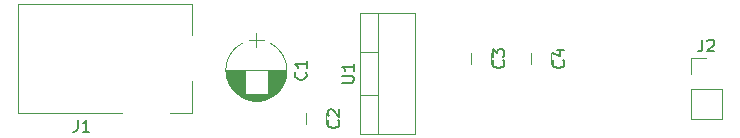
<source format=gto>
G04 #@! TF.FileFunction,Legend,Top*
%FSLAX46Y46*%
G04 Gerber Fmt 4.6, Leading zero omitted, Abs format (unit mm)*
G04 Created by KiCad (PCBNEW 4.0.7-e2-6376~58~ubuntu16.04.1) date Thu Apr  5 16:02:04 2018*
%MOMM*%
%LPD*%
G01*
G04 APERTURE LIST*
%ADD10C,0.100000*%
%ADD11C,0.120000*%
%ADD12C,0.150000*%
G04 APERTURE END LIST*
D10*
D11*
X147229723Y-104905722D02*
G75*
G03X147230000Y-100294420I-1179723J2305722D01*
G01*
X144870277Y-104905722D02*
G75*
G02X144870000Y-100294420I1179723J2305722D01*
G01*
X144870277Y-104905722D02*
G75*
G03X147230000Y-104905580I1179723J2305722D01*
G01*
X148600000Y-102600000D02*
X143500000Y-102600000D01*
X148600000Y-102640000D02*
X147030000Y-102640000D01*
X145070000Y-102640000D02*
X143500000Y-102640000D01*
X148599000Y-102680000D02*
X147030000Y-102680000D01*
X145070000Y-102680000D02*
X143501000Y-102680000D01*
X148598000Y-102720000D02*
X147030000Y-102720000D01*
X145070000Y-102720000D02*
X143502000Y-102720000D01*
X148596000Y-102760000D02*
X147030000Y-102760000D01*
X145070000Y-102760000D02*
X143504000Y-102760000D01*
X148593000Y-102800000D02*
X147030000Y-102800000D01*
X145070000Y-102800000D02*
X143507000Y-102800000D01*
X148589000Y-102840000D02*
X147030000Y-102840000D01*
X145070000Y-102840000D02*
X143511000Y-102840000D01*
X148585000Y-102880000D02*
X147030000Y-102880000D01*
X145070000Y-102880000D02*
X143515000Y-102880000D01*
X148581000Y-102920000D02*
X147030000Y-102920000D01*
X145070000Y-102920000D02*
X143519000Y-102920000D01*
X148575000Y-102960000D02*
X147030000Y-102960000D01*
X145070000Y-102960000D02*
X143525000Y-102960000D01*
X148569000Y-103000000D02*
X147030000Y-103000000D01*
X145070000Y-103000000D02*
X143531000Y-103000000D01*
X148563000Y-103040000D02*
X147030000Y-103040000D01*
X145070000Y-103040000D02*
X143537000Y-103040000D01*
X148556000Y-103080000D02*
X147030000Y-103080000D01*
X145070000Y-103080000D02*
X143544000Y-103080000D01*
X148548000Y-103120000D02*
X147030000Y-103120000D01*
X145070000Y-103120000D02*
X143552000Y-103120000D01*
X148539000Y-103160000D02*
X147030000Y-103160000D01*
X145070000Y-103160000D02*
X143561000Y-103160000D01*
X148530000Y-103200000D02*
X147030000Y-103200000D01*
X145070000Y-103200000D02*
X143570000Y-103200000D01*
X148520000Y-103240000D02*
X147030000Y-103240000D01*
X145070000Y-103240000D02*
X143580000Y-103240000D01*
X148510000Y-103280000D02*
X147030000Y-103280000D01*
X145070000Y-103280000D02*
X143590000Y-103280000D01*
X148498000Y-103321000D02*
X147030000Y-103321000D01*
X145070000Y-103321000D02*
X143602000Y-103321000D01*
X148486000Y-103361000D02*
X147030000Y-103361000D01*
X145070000Y-103361000D02*
X143614000Y-103361000D01*
X148474000Y-103401000D02*
X147030000Y-103401000D01*
X145070000Y-103401000D02*
X143626000Y-103401000D01*
X148460000Y-103441000D02*
X147030000Y-103441000D01*
X145070000Y-103441000D02*
X143640000Y-103441000D01*
X148446000Y-103481000D02*
X147030000Y-103481000D01*
X145070000Y-103481000D02*
X143654000Y-103481000D01*
X148432000Y-103521000D02*
X147030000Y-103521000D01*
X145070000Y-103521000D02*
X143668000Y-103521000D01*
X148416000Y-103561000D02*
X147030000Y-103561000D01*
X145070000Y-103561000D02*
X143684000Y-103561000D01*
X148400000Y-103601000D02*
X147030000Y-103601000D01*
X145070000Y-103601000D02*
X143700000Y-103601000D01*
X148383000Y-103641000D02*
X147030000Y-103641000D01*
X145070000Y-103641000D02*
X143717000Y-103641000D01*
X148365000Y-103681000D02*
X147030000Y-103681000D01*
X145070000Y-103681000D02*
X143735000Y-103681000D01*
X148346000Y-103721000D02*
X147030000Y-103721000D01*
X145070000Y-103721000D02*
X143754000Y-103721000D01*
X148326000Y-103761000D02*
X147030000Y-103761000D01*
X145070000Y-103761000D02*
X143774000Y-103761000D01*
X148306000Y-103801000D02*
X147030000Y-103801000D01*
X145070000Y-103801000D02*
X143794000Y-103801000D01*
X148284000Y-103841000D02*
X147030000Y-103841000D01*
X145070000Y-103841000D02*
X143816000Y-103841000D01*
X148262000Y-103881000D02*
X147030000Y-103881000D01*
X145070000Y-103881000D02*
X143838000Y-103881000D01*
X148239000Y-103921000D02*
X147030000Y-103921000D01*
X145070000Y-103921000D02*
X143861000Y-103921000D01*
X148215000Y-103961000D02*
X147030000Y-103961000D01*
X145070000Y-103961000D02*
X143885000Y-103961000D01*
X148190000Y-104001000D02*
X147030000Y-104001000D01*
X145070000Y-104001000D02*
X143910000Y-104001000D01*
X148163000Y-104041000D02*
X147030000Y-104041000D01*
X145070000Y-104041000D02*
X143937000Y-104041000D01*
X148136000Y-104081000D02*
X147030000Y-104081000D01*
X145070000Y-104081000D02*
X143964000Y-104081000D01*
X148108000Y-104121000D02*
X147030000Y-104121000D01*
X145070000Y-104121000D02*
X143992000Y-104121000D01*
X148078000Y-104161000D02*
X147030000Y-104161000D01*
X145070000Y-104161000D02*
X144022000Y-104161000D01*
X148047000Y-104201000D02*
X147030000Y-104201000D01*
X145070000Y-104201000D02*
X144053000Y-104201000D01*
X148015000Y-104241000D02*
X147030000Y-104241000D01*
X145070000Y-104241000D02*
X144085000Y-104241000D01*
X147982000Y-104281000D02*
X147030000Y-104281000D01*
X145070000Y-104281000D02*
X144118000Y-104281000D01*
X147947000Y-104321000D02*
X147030000Y-104321000D01*
X145070000Y-104321000D02*
X144153000Y-104321000D01*
X147911000Y-104361000D02*
X147030000Y-104361000D01*
X145070000Y-104361000D02*
X144189000Y-104361000D01*
X147873000Y-104401000D02*
X147030000Y-104401000D01*
X145070000Y-104401000D02*
X144227000Y-104401000D01*
X147833000Y-104441000D02*
X147030000Y-104441000D01*
X145070000Y-104441000D02*
X144267000Y-104441000D01*
X147792000Y-104481000D02*
X147030000Y-104481000D01*
X145070000Y-104481000D02*
X144308000Y-104481000D01*
X147749000Y-104521000D02*
X147030000Y-104521000D01*
X145070000Y-104521000D02*
X144351000Y-104521000D01*
X147704000Y-104561000D02*
X147030000Y-104561000D01*
X145070000Y-104561000D02*
X144396000Y-104561000D01*
X147656000Y-104601000D02*
X144444000Y-104601000D01*
X147606000Y-104641000D02*
X144494000Y-104641000D01*
X147554000Y-104681000D02*
X144546000Y-104681000D01*
X147498000Y-104721000D02*
X144602000Y-104721000D01*
X147440000Y-104761000D02*
X144660000Y-104761000D01*
X147377000Y-104801000D02*
X144723000Y-104801000D01*
X147311000Y-104841000D02*
X144789000Y-104841000D01*
X147239000Y-104881000D02*
X144861000Y-104881000D01*
X147162000Y-104921000D02*
X144938000Y-104921000D01*
X147078000Y-104961000D02*
X145022000Y-104961000D01*
X146984000Y-105001000D02*
X145116000Y-105001000D01*
X146879000Y-105041000D02*
X145221000Y-105041000D01*
X146757000Y-105081000D02*
X145343000Y-105081000D01*
X146609000Y-105121000D02*
X145491000Y-105121000D01*
X146404000Y-105161000D02*
X145696000Y-105161000D01*
X146050000Y-99400000D02*
X146050000Y-100600000D01*
X146700000Y-100000000D02*
X145400000Y-100000000D01*
X151980000Y-107180000D02*
X151980000Y-106180000D01*
X150280000Y-106180000D02*
X150280000Y-107180000D01*
X165950000Y-102100000D02*
X165950000Y-101100000D01*
X164250000Y-101100000D02*
X164250000Y-102100000D01*
X171030000Y-102100000D02*
X171030000Y-101100000D01*
X169330000Y-101100000D02*
X169330000Y-102100000D01*
X134700000Y-106200000D02*
X125900000Y-106200000D01*
X125900000Y-106200000D02*
X125900000Y-97000000D01*
X140600000Y-103500000D02*
X140600000Y-106200000D01*
X140600000Y-106200000D02*
X138700000Y-106200000D01*
X125900000Y-97000000D02*
X140600000Y-97000000D01*
X140600000Y-97000000D02*
X140600000Y-99600000D01*
X182820000Y-106740000D02*
X185480000Y-106740000D01*
X182820000Y-104140000D02*
X182820000Y-106740000D01*
X185480000Y-104140000D02*
X185480000Y-106740000D01*
X182820000Y-104140000D02*
X185480000Y-104140000D01*
X182820000Y-102870000D02*
X182820000Y-101540000D01*
X182820000Y-101540000D02*
X184150000Y-101540000D01*
X154860000Y-107990000D02*
X154860000Y-97750000D01*
X159501000Y-107990000D02*
X159501000Y-97750000D01*
X154860000Y-107990000D02*
X159501000Y-107990000D01*
X154860000Y-97750000D02*
X159501000Y-97750000D01*
X156370000Y-107990000D02*
X156370000Y-97750000D01*
X154860000Y-104720000D02*
X156370000Y-104720000D01*
X154860000Y-101019000D02*
X156370000Y-101019000D01*
D12*
X150217143Y-102766666D02*
X150264762Y-102814285D01*
X150312381Y-102957142D01*
X150312381Y-103052380D01*
X150264762Y-103195238D01*
X150169524Y-103290476D01*
X150074286Y-103338095D01*
X149883810Y-103385714D01*
X149740952Y-103385714D01*
X149550476Y-103338095D01*
X149455238Y-103290476D01*
X149360000Y-103195238D01*
X149312381Y-103052380D01*
X149312381Y-102957142D01*
X149360000Y-102814285D01*
X149407619Y-102766666D01*
X150312381Y-101814285D02*
X150312381Y-102385714D01*
X150312381Y-102100000D02*
X149312381Y-102100000D01*
X149455238Y-102195238D01*
X149550476Y-102290476D01*
X149598095Y-102385714D01*
X152987143Y-106846666D02*
X153034762Y-106894285D01*
X153082381Y-107037142D01*
X153082381Y-107132380D01*
X153034762Y-107275238D01*
X152939524Y-107370476D01*
X152844286Y-107418095D01*
X152653810Y-107465714D01*
X152510952Y-107465714D01*
X152320476Y-107418095D01*
X152225238Y-107370476D01*
X152130000Y-107275238D01*
X152082381Y-107132380D01*
X152082381Y-107037142D01*
X152130000Y-106894285D01*
X152177619Y-106846666D01*
X152177619Y-106465714D02*
X152130000Y-106418095D01*
X152082381Y-106322857D01*
X152082381Y-106084761D01*
X152130000Y-105989523D01*
X152177619Y-105941904D01*
X152272857Y-105894285D01*
X152368095Y-105894285D01*
X152510952Y-105941904D01*
X153082381Y-106513333D01*
X153082381Y-105894285D01*
X166957143Y-101766666D02*
X167004762Y-101814285D01*
X167052381Y-101957142D01*
X167052381Y-102052380D01*
X167004762Y-102195238D01*
X166909524Y-102290476D01*
X166814286Y-102338095D01*
X166623810Y-102385714D01*
X166480952Y-102385714D01*
X166290476Y-102338095D01*
X166195238Y-102290476D01*
X166100000Y-102195238D01*
X166052381Y-102052380D01*
X166052381Y-101957142D01*
X166100000Y-101814285D01*
X166147619Y-101766666D01*
X166052381Y-101433333D02*
X166052381Y-100814285D01*
X166433333Y-101147619D01*
X166433333Y-101004761D01*
X166480952Y-100909523D01*
X166528571Y-100861904D01*
X166623810Y-100814285D01*
X166861905Y-100814285D01*
X166957143Y-100861904D01*
X167004762Y-100909523D01*
X167052381Y-101004761D01*
X167052381Y-101290476D01*
X167004762Y-101385714D01*
X166957143Y-101433333D01*
X172037143Y-101766666D02*
X172084762Y-101814285D01*
X172132381Y-101957142D01*
X172132381Y-102052380D01*
X172084762Y-102195238D01*
X171989524Y-102290476D01*
X171894286Y-102338095D01*
X171703810Y-102385714D01*
X171560952Y-102385714D01*
X171370476Y-102338095D01*
X171275238Y-102290476D01*
X171180000Y-102195238D01*
X171132381Y-102052380D01*
X171132381Y-101957142D01*
X171180000Y-101814285D01*
X171227619Y-101766666D01*
X171465714Y-100909523D02*
X172132381Y-100909523D01*
X171084762Y-101147619D02*
X171799048Y-101385714D01*
X171799048Y-100766666D01*
X130916667Y-106802381D02*
X130916667Y-107516667D01*
X130869047Y-107659524D01*
X130773809Y-107754762D01*
X130630952Y-107802381D01*
X130535714Y-107802381D01*
X131916667Y-107802381D02*
X131345238Y-107802381D01*
X131630952Y-107802381D02*
X131630952Y-106802381D01*
X131535714Y-106945238D01*
X131440476Y-107040476D01*
X131345238Y-107088095D01*
X183816667Y-99992381D02*
X183816667Y-100706667D01*
X183769047Y-100849524D01*
X183673809Y-100944762D01*
X183530952Y-100992381D01*
X183435714Y-100992381D01*
X184245238Y-100087619D02*
X184292857Y-100040000D01*
X184388095Y-99992381D01*
X184626191Y-99992381D01*
X184721429Y-100040000D01*
X184769048Y-100087619D01*
X184816667Y-100182857D01*
X184816667Y-100278095D01*
X184769048Y-100420952D01*
X184197619Y-100992381D01*
X184816667Y-100992381D01*
X153312381Y-103631905D02*
X154121905Y-103631905D01*
X154217143Y-103584286D01*
X154264762Y-103536667D01*
X154312381Y-103441429D01*
X154312381Y-103250952D01*
X154264762Y-103155714D01*
X154217143Y-103108095D01*
X154121905Y-103060476D01*
X153312381Y-103060476D01*
X154312381Y-102060476D02*
X154312381Y-102631905D01*
X154312381Y-102346191D02*
X153312381Y-102346191D01*
X153455238Y-102441429D01*
X153550476Y-102536667D01*
X153598095Y-102631905D01*
M02*

</source>
